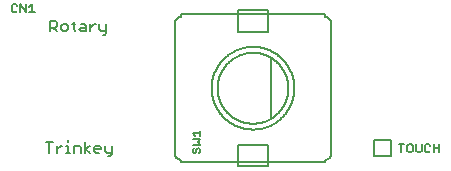
<source format=gbr>
G04 EAGLE Gerber RS-274X export*
G75*
%MOMM*%
%FSLAX34Y34*%
%LPD*%
%INSilkscreen Top*%
%IPPOS*%
%AMOC8*
5,1,8,0,0,1.08239X$1,22.5*%
G01*
%ADD10C,0.127000*%
%ADD11C,0.152400*%


D10*
X31750Y48260D02*
X31750Y57158D01*
X36199Y57158D01*
X37682Y55675D01*
X37682Y52709D01*
X36199Y51226D01*
X31750Y51226D01*
X34716Y51226D02*
X37682Y48260D01*
X42588Y48260D02*
X45554Y48260D01*
X47037Y49743D01*
X47037Y52709D01*
X45554Y54192D01*
X42588Y54192D01*
X41105Y52709D01*
X41105Y49743D01*
X42588Y48260D01*
X51943Y49743D02*
X51943Y55675D01*
X51943Y49743D02*
X53426Y48260D01*
X53426Y54192D02*
X50460Y54192D01*
X58180Y54192D02*
X61146Y54192D01*
X62629Y52709D01*
X62629Y48260D01*
X58180Y48260D01*
X56697Y49743D01*
X58180Y51226D01*
X62629Y51226D01*
X66052Y48260D02*
X66052Y54192D01*
X66052Y51226D02*
X69018Y54192D01*
X70501Y54192D01*
X73848Y54192D02*
X73848Y49743D01*
X75331Y48260D01*
X79780Y48260D01*
X79780Y46777D02*
X79780Y54192D01*
X79780Y46777D02*
X78297Y45294D01*
X76814Y45294D01*
X31541Y-45712D02*
X31541Y-54610D01*
X28575Y-45712D02*
X34507Y-45712D01*
X37930Y-48678D02*
X37930Y-54610D01*
X37930Y-51644D02*
X40896Y-48678D01*
X42379Y-48678D01*
X45726Y-48678D02*
X47209Y-48678D01*
X47209Y-54610D01*
X45726Y-54610D02*
X48692Y-54610D01*
X47209Y-45712D02*
X47209Y-44229D01*
X51963Y-48678D02*
X51963Y-54610D01*
X51963Y-48678D02*
X56412Y-48678D01*
X57895Y-50161D01*
X57895Y-54610D01*
X61318Y-54610D02*
X61318Y-45712D01*
X61318Y-51644D02*
X65767Y-54610D01*
X61318Y-51644D02*
X65767Y-48678D01*
X70597Y-54610D02*
X73563Y-54610D01*
X70597Y-54610D02*
X69114Y-53127D01*
X69114Y-50161D01*
X70597Y-48678D01*
X73563Y-48678D01*
X75046Y-50161D01*
X75046Y-51644D01*
X69114Y-51644D01*
X78469Y-53127D02*
X78469Y-48678D01*
X78469Y-53127D02*
X79952Y-54610D01*
X84401Y-54610D01*
X84401Y-56093D02*
X84401Y-48678D01*
X84401Y-56093D02*
X82918Y-57576D01*
X81435Y-57576D01*
D11*
X3898Y69770D02*
X2797Y70872D01*
X594Y70872D01*
X-508Y69770D01*
X-508Y65364D01*
X594Y64262D01*
X2797Y64262D01*
X3898Y65364D01*
X6976Y64262D02*
X6976Y70872D01*
X11383Y64262D01*
X11383Y70872D01*
X14460Y68668D02*
X16664Y70872D01*
X16664Y64262D01*
X18867Y64262D02*
X14460Y64262D01*
D10*
X218835Y25000D02*
X218835Y-25000D01*
X137835Y-55500D02*
X137835Y55500D01*
X142835Y62500D02*
X264835Y62500D01*
X269835Y55500D02*
X269835Y-55500D01*
X264835Y-62500D02*
X142835Y-62500D01*
X142835Y-60500D02*
X142695Y-60498D01*
X142555Y-60492D01*
X142415Y-60482D01*
X142275Y-60469D01*
X142136Y-60451D01*
X141997Y-60429D01*
X141860Y-60404D01*
X141722Y-60375D01*
X141586Y-60342D01*
X141451Y-60305D01*
X141317Y-60264D01*
X141184Y-60219D01*
X141052Y-60171D01*
X140922Y-60119D01*
X140793Y-60064D01*
X140666Y-60005D01*
X140540Y-59942D01*
X140416Y-59876D01*
X140295Y-59807D01*
X140175Y-59734D01*
X140057Y-59657D01*
X139942Y-59578D01*
X139828Y-59495D01*
X139718Y-59409D01*
X139609Y-59320D01*
X139503Y-59228D01*
X139400Y-59133D01*
X139299Y-59036D01*
X139202Y-58935D01*
X139107Y-58832D01*
X139015Y-58726D01*
X138926Y-58617D01*
X138840Y-58507D01*
X138757Y-58393D01*
X138678Y-58278D01*
X138601Y-58160D01*
X138528Y-58040D01*
X138459Y-57919D01*
X138393Y-57795D01*
X138330Y-57669D01*
X138271Y-57542D01*
X138216Y-57413D01*
X138164Y-57283D01*
X138116Y-57151D01*
X138071Y-57018D01*
X138030Y-56884D01*
X137993Y-56749D01*
X137960Y-56613D01*
X137931Y-56475D01*
X137906Y-56338D01*
X137884Y-56199D01*
X137866Y-56060D01*
X137853Y-55920D01*
X137843Y-55780D01*
X137837Y-55640D01*
X137835Y-55500D01*
X142835Y-60500D02*
X142835Y-62500D01*
X137835Y55500D02*
X137837Y55640D01*
X137843Y55780D01*
X137853Y55920D01*
X137866Y56060D01*
X137884Y56199D01*
X137906Y56338D01*
X137931Y56475D01*
X137960Y56613D01*
X137993Y56749D01*
X138030Y56884D01*
X138071Y57018D01*
X138116Y57151D01*
X138164Y57283D01*
X138216Y57413D01*
X138271Y57542D01*
X138330Y57669D01*
X138393Y57795D01*
X138459Y57919D01*
X138528Y58040D01*
X138601Y58160D01*
X138678Y58278D01*
X138757Y58393D01*
X138840Y58507D01*
X138926Y58617D01*
X139015Y58726D01*
X139107Y58832D01*
X139202Y58935D01*
X139299Y59036D01*
X139400Y59133D01*
X139503Y59228D01*
X139609Y59320D01*
X139718Y59409D01*
X139828Y59495D01*
X139942Y59578D01*
X140057Y59657D01*
X140175Y59734D01*
X140295Y59807D01*
X140416Y59876D01*
X140540Y59942D01*
X140666Y60005D01*
X140793Y60064D01*
X140922Y60119D01*
X141052Y60171D01*
X141184Y60219D01*
X141317Y60264D01*
X141451Y60305D01*
X141586Y60342D01*
X141722Y60375D01*
X141860Y60404D01*
X141997Y60429D01*
X142136Y60451D01*
X142275Y60469D01*
X142415Y60482D01*
X142555Y60492D01*
X142695Y60498D01*
X142835Y60500D01*
X142835Y62500D01*
X264835Y-60500D02*
X264835Y-62500D01*
X264835Y-60500D02*
X264975Y-60498D01*
X265115Y-60492D01*
X265255Y-60482D01*
X265395Y-60469D01*
X265534Y-60451D01*
X265673Y-60429D01*
X265810Y-60404D01*
X265948Y-60375D01*
X266084Y-60342D01*
X266219Y-60305D01*
X266353Y-60264D01*
X266486Y-60219D01*
X266618Y-60171D01*
X266748Y-60119D01*
X266877Y-60064D01*
X267004Y-60005D01*
X267130Y-59942D01*
X267254Y-59876D01*
X267375Y-59807D01*
X267495Y-59734D01*
X267613Y-59657D01*
X267728Y-59578D01*
X267842Y-59495D01*
X267952Y-59409D01*
X268061Y-59320D01*
X268167Y-59228D01*
X268270Y-59133D01*
X268371Y-59036D01*
X268468Y-58935D01*
X268563Y-58832D01*
X268655Y-58726D01*
X268744Y-58617D01*
X268830Y-58507D01*
X268913Y-58393D01*
X268992Y-58278D01*
X269069Y-58160D01*
X269142Y-58040D01*
X269211Y-57919D01*
X269277Y-57795D01*
X269340Y-57669D01*
X269399Y-57542D01*
X269454Y-57413D01*
X269506Y-57283D01*
X269554Y-57151D01*
X269599Y-57018D01*
X269640Y-56884D01*
X269677Y-56749D01*
X269710Y-56613D01*
X269739Y-56475D01*
X269764Y-56338D01*
X269786Y-56199D01*
X269804Y-56060D01*
X269817Y-55920D01*
X269827Y-55780D01*
X269833Y-55640D01*
X269835Y-55500D01*
X264835Y60500D02*
X264835Y62500D01*
X264835Y60500D02*
X264975Y60498D01*
X265115Y60492D01*
X265255Y60482D01*
X265395Y60469D01*
X265534Y60451D01*
X265673Y60429D01*
X265810Y60404D01*
X265948Y60375D01*
X266084Y60342D01*
X266219Y60305D01*
X266353Y60264D01*
X266486Y60219D01*
X266618Y60171D01*
X266748Y60119D01*
X266877Y60064D01*
X267004Y60005D01*
X267130Y59942D01*
X267254Y59876D01*
X267375Y59807D01*
X267495Y59734D01*
X267613Y59657D01*
X267728Y59578D01*
X267842Y59495D01*
X267952Y59409D01*
X268061Y59320D01*
X268167Y59228D01*
X268270Y59133D01*
X268371Y59036D01*
X268468Y58935D01*
X268563Y58832D01*
X268655Y58726D01*
X268744Y58617D01*
X268830Y58507D01*
X268913Y58393D01*
X268992Y58278D01*
X269069Y58160D01*
X269142Y58040D01*
X269211Y57919D01*
X269277Y57795D01*
X269340Y57669D01*
X269399Y57542D01*
X269454Y57413D01*
X269506Y57283D01*
X269554Y57151D01*
X269599Y57018D01*
X269640Y56884D01*
X269677Y56749D01*
X269710Y56613D01*
X269739Y56475D01*
X269764Y56338D01*
X269786Y56199D01*
X269804Y56060D01*
X269817Y55920D01*
X269827Y55780D01*
X269833Y55640D01*
X269835Y55500D01*
X216835Y-66000D02*
X190835Y-66000D01*
X216835Y-66000D02*
X216835Y-48000D01*
X190835Y-48000D01*
X190835Y-66000D01*
X190835Y66000D02*
X216835Y66000D01*
X190835Y66000D02*
X190835Y48000D01*
X216835Y48000D01*
X216835Y66000D01*
X168835Y0D02*
X168846Y859D01*
X168877Y1717D01*
X168930Y2575D01*
X169004Y3431D01*
X169098Y4284D01*
X169214Y5136D01*
X169350Y5984D01*
X169508Y6828D01*
X169685Y7669D01*
X169884Y8504D01*
X170103Y9335D01*
X170342Y10160D01*
X170602Y10979D01*
X170881Y11791D01*
X171180Y12596D01*
X171499Y13394D01*
X171838Y14183D01*
X172195Y14964D01*
X172572Y15736D01*
X172968Y16499D01*
X173382Y17251D01*
X173814Y17994D01*
X174265Y18725D01*
X174734Y19445D01*
X175220Y20153D01*
X175723Y20849D01*
X176243Y21533D01*
X176780Y22204D01*
X177333Y22861D01*
X177902Y23505D01*
X178486Y24134D01*
X179086Y24749D01*
X179701Y25349D01*
X180330Y25933D01*
X180974Y26502D01*
X181631Y27055D01*
X182302Y27592D01*
X182986Y28112D01*
X183682Y28615D01*
X184390Y29101D01*
X185110Y29570D01*
X185841Y30021D01*
X186584Y30453D01*
X187336Y30867D01*
X188099Y31263D01*
X188871Y31640D01*
X189652Y31997D01*
X190441Y32336D01*
X191239Y32655D01*
X192044Y32954D01*
X192856Y33233D01*
X193675Y33493D01*
X194500Y33732D01*
X195331Y33951D01*
X196166Y34150D01*
X197007Y34327D01*
X197851Y34485D01*
X198699Y34621D01*
X199551Y34737D01*
X200404Y34831D01*
X201260Y34905D01*
X202118Y34958D01*
X202976Y34989D01*
X203835Y35000D01*
X204694Y34989D01*
X205552Y34958D01*
X206410Y34905D01*
X207266Y34831D01*
X208119Y34737D01*
X208971Y34621D01*
X209819Y34485D01*
X210663Y34327D01*
X211504Y34150D01*
X212339Y33951D01*
X213170Y33732D01*
X213995Y33493D01*
X214814Y33233D01*
X215626Y32954D01*
X216431Y32655D01*
X217229Y32336D01*
X218018Y31997D01*
X218799Y31640D01*
X219571Y31263D01*
X220334Y30867D01*
X221086Y30453D01*
X221829Y30021D01*
X222560Y29570D01*
X223280Y29101D01*
X223988Y28615D01*
X224684Y28112D01*
X225368Y27592D01*
X226039Y27055D01*
X226696Y26502D01*
X227340Y25933D01*
X227969Y25349D01*
X228584Y24749D01*
X229184Y24134D01*
X229768Y23505D01*
X230337Y22861D01*
X230890Y22204D01*
X231427Y21533D01*
X231947Y20849D01*
X232450Y20153D01*
X232936Y19445D01*
X233405Y18725D01*
X233856Y17994D01*
X234288Y17251D01*
X234702Y16499D01*
X235098Y15736D01*
X235475Y14964D01*
X235832Y14183D01*
X236171Y13394D01*
X236490Y12596D01*
X236789Y11791D01*
X237068Y10979D01*
X237328Y10160D01*
X237567Y9335D01*
X237786Y8504D01*
X237985Y7669D01*
X238162Y6828D01*
X238320Y5984D01*
X238456Y5136D01*
X238572Y4284D01*
X238666Y3431D01*
X238740Y2575D01*
X238793Y1717D01*
X238824Y859D01*
X238835Y0D01*
X238824Y-859D01*
X238793Y-1717D01*
X238740Y-2575D01*
X238666Y-3431D01*
X238572Y-4284D01*
X238456Y-5136D01*
X238320Y-5984D01*
X238162Y-6828D01*
X237985Y-7669D01*
X237786Y-8504D01*
X237567Y-9335D01*
X237328Y-10160D01*
X237068Y-10979D01*
X236789Y-11791D01*
X236490Y-12596D01*
X236171Y-13394D01*
X235832Y-14183D01*
X235475Y-14964D01*
X235098Y-15736D01*
X234702Y-16499D01*
X234288Y-17251D01*
X233856Y-17994D01*
X233405Y-18725D01*
X232936Y-19445D01*
X232450Y-20153D01*
X231947Y-20849D01*
X231427Y-21533D01*
X230890Y-22204D01*
X230337Y-22861D01*
X229768Y-23505D01*
X229184Y-24134D01*
X228584Y-24749D01*
X227969Y-25349D01*
X227340Y-25933D01*
X226696Y-26502D01*
X226039Y-27055D01*
X225368Y-27592D01*
X224684Y-28112D01*
X223988Y-28615D01*
X223280Y-29101D01*
X222560Y-29570D01*
X221829Y-30021D01*
X221086Y-30453D01*
X220334Y-30867D01*
X219571Y-31263D01*
X218799Y-31640D01*
X218018Y-31997D01*
X217229Y-32336D01*
X216431Y-32655D01*
X215626Y-32954D01*
X214814Y-33233D01*
X213995Y-33493D01*
X213170Y-33732D01*
X212339Y-33951D01*
X211504Y-34150D01*
X210663Y-34327D01*
X209819Y-34485D01*
X208971Y-34621D01*
X208119Y-34737D01*
X207266Y-34831D01*
X206410Y-34905D01*
X205552Y-34958D01*
X204694Y-34989D01*
X203835Y-35000D01*
X202976Y-34989D01*
X202118Y-34958D01*
X201260Y-34905D01*
X200404Y-34831D01*
X199551Y-34737D01*
X198699Y-34621D01*
X197851Y-34485D01*
X197007Y-34327D01*
X196166Y-34150D01*
X195331Y-33951D01*
X194500Y-33732D01*
X193675Y-33493D01*
X192856Y-33233D01*
X192044Y-32954D01*
X191239Y-32655D01*
X190441Y-32336D01*
X189652Y-31997D01*
X188871Y-31640D01*
X188099Y-31263D01*
X187336Y-30867D01*
X186584Y-30453D01*
X185841Y-30021D01*
X185110Y-29570D01*
X184390Y-29101D01*
X183682Y-28615D01*
X182986Y-28112D01*
X182302Y-27592D01*
X181631Y-27055D01*
X180974Y-26502D01*
X180330Y-25933D01*
X179701Y-25349D01*
X179086Y-24749D01*
X178486Y-24134D01*
X177902Y-23505D01*
X177333Y-22861D01*
X176780Y-22204D01*
X176243Y-21533D01*
X175723Y-20849D01*
X175220Y-20153D01*
X174734Y-19445D01*
X174265Y-18725D01*
X173814Y-17994D01*
X173382Y-17251D01*
X172968Y-16499D01*
X172572Y-15736D01*
X172195Y-14964D01*
X171838Y-14183D01*
X171499Y-13394D01*
X171180Y-12596D01*
X170881Y-11791D01*
X170602Y-10979D01*
X170342Y-10160D01*
X170103Y-9335D01*
X169884Y-8504D01*
X169685Y-7669D01*
X169508Y-6828D01*
X169350Y-5984D01*
X169214Y-5136D01*
X169098Y-4284D01*
X169004Y-3431D01*
X168930Y-2575D01*
X168877Y-1717D01*
X168846Y-859D01*
X168835Y0D01*
X173835Y0D02*
X173844Y736D01*
X173871Y1472D01*
X173916Y2207D01*
X173979Y2941D01*
X174061Y3672D01*
X174160Y4402D01*
X174277Y5129D01*
X174411Y5853D01*
X174564Y6573D01*
X174734Y7289D01*
X174922Y8001D01*
X175127Y8709D01*
X175349Y9410D01*
X175589Y10107D01*
X175845Y10797D01*
X176119Y11481D01*
X176409Y12157D01*
X176715Y12827D01*
X177038Y13488D01*
X177377Y14142D01*
X177732Y14787D01*
X178103Y15423D01*
X178489Y16050D01*
X178891Y16667D01*
X179307Y17274D01*
X179739Y17871D01*
X180185Y18457D01*
X180645Y19032D01*
X181119Y19595D01*
X181606Y20147D01*
X182108Y20686D01*
X182622Y21213D01*
X183149Y21727D01*
X183688Y22229D01*
X184240Y22716D01*
X184803Y23190D01*
X185378Y23650D01*
X185964Y24096D01*
X186561Y24528D01*
X187168Y24944D01*
X187785Y25346D01*
X188412Y25732D01*
X189048Y26103D01*
X189693Y26458D01*
X190347Y26797D01*
X191008Y27120D01*
X191678Y27426D01*
X192354Y27716D01*
X193038Y27990D01*
X193728Y28246D01*
X194425Y28486D01*
X195126Y28708D01*
X195834Y28913D01*
X196546Y29101D01*
X197262Y29271D01*
X197982Y29424D01*
X198706Y29558D01*
X199433Y29675D01*
X200163Y29774D01*
X200894Y29856D01*
X201628Y29919D01*
X202363Y29964D01*
X203099Y29991D01*
X203835Y30000D01*
X204571Y29991D01*
X205307Y29964D01*
X206042Y29919D01*
X206776Y29856D01*
X207507Y29774D01*
X208237Y29675D01*
X208964Y29558D01*
X209688Y29424D01*
X210408Y29271D01*
X211124Y29101D01*
X211836Y28913D01*
X212544Y28708D01*
X213245Y28486D01*
X213942Y28246D01*
X214632Y27990D01*
X215316Y27716D01*
X215992Y27426D01*
X216662Y27120D01*
X217323Y26797D01*
X217977Y26458D01*
X218622Y26103D01*
X219258Y25732D01*
X219885Y25346D01*
X220502Y24944D01*
X221109Y24528D01*
X221706Y24096D01*
X222292Y23650D01*
X222867Y23190D01*
X223430Y22716D01*
X223982Y22229D01*
X224521Y21727D01*
X225048Y21213D01*
X225562Y20686D01*
X226064Y20147D01*
X226551Y19595D01*
X227025Y19032D01*
X227485Y18457D01*
X227931Y17871D01*
X228363Y17274D01*
X228779Y16667D01*
X229181Y16050D01*
X229567Y15423D01*
X229938Y14787D01*
X230293Y14142D01*
X230632Y13488D01*
X230955Y12827D01*
X231261Y12157D01*
X231551Y11481D01*
X231825Y10797D01*
X232081Y10107D01*
X232321Y9410D01*
X232543Y8709D01*
X232748Y8001D01*
X232936Y7289D01*
X233106Y6573D01*
X233259Y5853D01*
X233393Y5129D01*
X233510Y4402D01*
X233609Y3672D01*
X233691Y2941D01*
X233754Y2207D01*
X233799Y1472D01*
X233826Y736D01*
X233835Y0D01*
X233826Y-736D01*
X233799Y-1472D01*
X233754Y-2207D01*
X233691Y-2941D01*
X233609Y-3672D01*
X233510Y-4402D01*
X233393Y-5129D01*
X233259Y-5853D01*
X233106Y-6573D01*
X232936Y-7289D01*
X232748Y-8001D01*
X232543Y-8709D01*
X232321Y-9410D01*
X232081Y-10107D01*
X231825Y-10797D01*
X231551Y-11481D01*
X231261Y-12157D01*
X230955Y-12827D01*
X230632Y-13488D01*
X230293Y-14142D01*
X229938Y-14787D01*
X229567Y-15423D01*
X229181Y-16050D01*
X228779Y-16667D01*
X228363Y-17274D01*
X227931Y-17871D01*
X227485Y-18457D01*
X227025Y-19032D01*
X226551Y-19595D01*
X226064Y-20147D01*
X225562Y-20686D01*
X225048Y-21213D01*
X224521Y-21727D01*
X223982Y-22229D01*
X223430Y-22716D01*
X222867Y-23190D01*
X222292Y-23650D01*
X221706Y-24096D01*
X221109Y-24528D01*
X220502Y-24944D01*
X219885Y-25346D01*
X219258Y-25732D01*
X218622Y-26103D01*
X217977Y-26458D01*
X217323Y-26797D01*
X216662Y-27120D01*
X215992Y-27426D01*
X215316Y-27716D01*
X214632Y-27990D01*
X213942Y-28246D01*
X213245Y-28486D01*
X212544Y-28708D01*
X211836Y-28913D01*
X211124Y-29101D01*
X210408Y-29271D01*
X209688Y-29424D01*
X208964Y-29558D01*
X208237Y-29675D01*
X207507Y-29774D01*
X206776Y-29856D01*
X206042Y-29919D01*
X205307Y-29964D01*
X204571Y-29991D01*
X203835Y-30000D01*
X203099Y-29991D01*
X202363Y-29964D01*
X201628Y-29919D01*
X200894Y-29856D01*
X200163Y-29774D01*
X199433Y-29675D01*
X198706Y-29558D01*
X197982Y-29424D01*
X197262Y-29271D01*
X196546Y-29101D01*
X195834Y-28913D01*
X195126Y-28708D01*
X194425Y-28486D01*
X193728Y-28246D01*
X193038Y-27990D01*
X192354Y-27716D01*
X191678Y-27426D01*
X191008Y-27120D01*
X190347Y-26797D01*
X189693Y-26458D01*
X189048Y-26103D01*
X188412Y-25732D01*
X187785Y-25346D01*
X187168Y-24944D01*
X186561Y-24528D01*
X185964Y-24096D01*
X185378Y-23650D01*
X184803Y-23190D01*
X184240Y-22716D01*
X183688Y-22229D01*
X183149Y-21727D01*
X182622Y-21213D01*
X182108Y-20686D01*
X181606Y-20147D01*
X181119Y-19595D01*
X180645Y-19032D01*
X180185Y-18457D01*
X179739Y-17871D01*
X179307Y-17274D01*
X178891Y-16667D01*
X178489Y-16050D01*
X178103Y-15423D01*
X177732Y-14787D01*
X177377Y-14142D01*
X177038Y-13488D01*
X176715Y-12827D01*
X176409Y-12157D01*
X176119Y-11481D01*
X175845Y-10797D01*
X175589Y-10107D01*
X175349Y-9410D01*
X175127Y-8709D01*
X174922Y-8001D01*
X174734Y-7289D01*
X174564Y-6573D01*
X174411Y-5853D01*
X174277Y-5129D01*
X174160Y-4402D01*
X174061Y-3672D01*
X173979Y-2941D01*
X173916Y-2207D01*
X173871Y-1472D01*
X173844Y-736D01*
X173835Y0D01*
D11*
X153765Y-50832D02*
X152663Y-51933D01*
X152663Y-54136D01*
X153765Y-55238D01*
X154867Y-55238D01*
X155968Y-54136D01*
X155968Y-51933D01*
X157070Y-50832D01*
X158171Y-50832D01*
X159273Y-51933D01*
X159273Y-54136D01*
X158171Y-55238D01*
X159273Y-47754D02*
X152663Y-47754D01*
X157070Y-45551D02*
X159273Y-47754D01*
X157070Y-45551D02*
X159273Y-43347D01*
X152663Y-43347D01*
X154867Y-40270D02*
X152663Y-38067D01*
X159273Y-38067D01*
X159273Y-40270D02*
X159273Y-35863D01*
D10*
X306690Y-43800D02*
X320690Y-43800D01*
X320690Y-57800D01*
X306690Y-57800D01*
X306690Y-43800D01*
D11*
X329355Y-47492D02*
X329355Y-54102D01*
X327152Y-47492D02*
X331558Y-47492D01*
X335738Y-47492D02*
X337941Y-47492D01*
X335738Y-47492D02*
X334636Y-48594D01*
X334636Y-53000D01*
X335738Y-54102D01*
X337941Y-54102D01*
X339043Y-53000D01*
X339043Y-48594D01*
X337941Y-47492D01*
X342120Y-47492D02*
X342120Y-53000D01*
X343222Y-54102D01*
X345425Y-54102D01*
X346527Y-53000D01*
X346527Y-47492D01*
X352909Y-47492D02*
X354011Y-48594D01*
X352909Y-47492D02*
X350706Y-47492D01*
X349604Y-48594D01*
X349604Y-53000D01*
X350706Y-54102D01*
X352909Y-54102D01*
X354011Y-53000D01*
X357089Y-54102D02*
X357089Y-47492D01*
X357089Y-50797D02*
X361495Y-50797D01*
X361495Y-47492D02*
X361495Y-54102D01*
M02*

</source>
